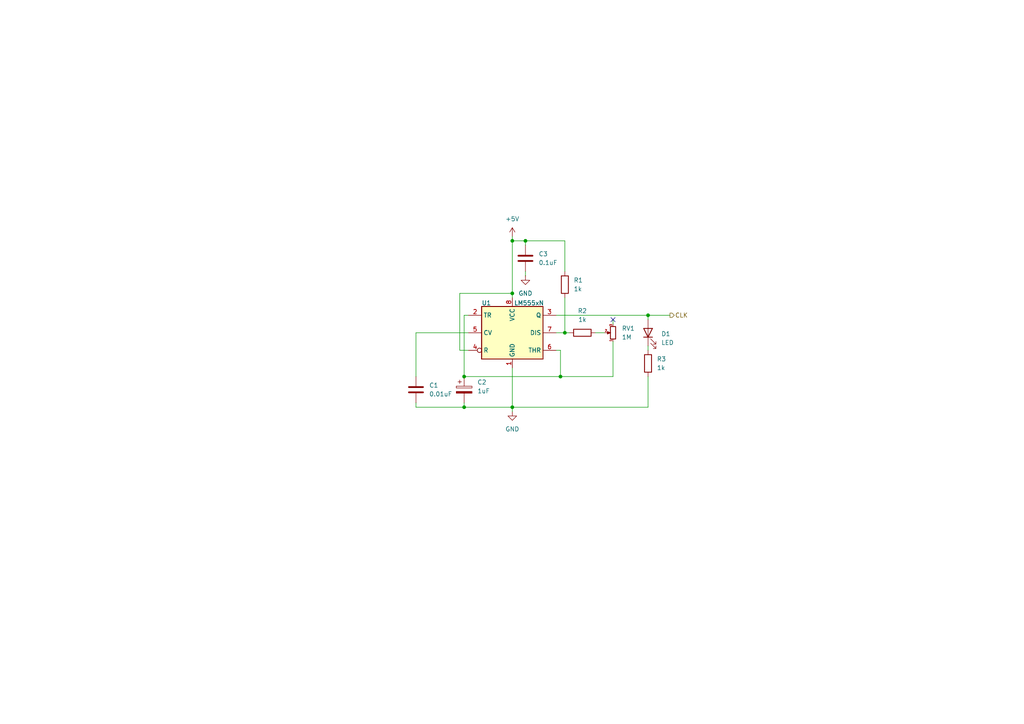
<source format=kicad_sch>
(kicad_sch
	(version 20231120)
	(generator "eeschema")
	(generator_version "8.0")
	(uuid "30831d56-35a4-4b5b-bd6d-7ae9fcc938a7")
	(paper "A4")
	(lib_symbols
		(symbol "Device:C"
			(pin_numbers hide)
			(pin_names
				(offset 0.254)
			)
			(exclude_from_sim no)
			(in_bom yes)
			(on_board yes)
			(property "Reference" "C"
				(at 0.635 2.54 0)
				(effects
					(font
						(size 1.27 1.27)
					)
					(justify left)
				)
			)
			(property "Value" "C"
				(at 0.635 -2.54 0)
				(effects
					(font
						(size 1.27 1.27)
					)
					(justify left)
				)
			)
			(property "Footprint" ""
				(at 0.9652 -3.81 0)
				(effects
					(font
						(size 1.27 1.27)
					)
					(hide yes)
				)
			)
			(property "Datasheet" "~"
				(at 0 0 0)
				(effects
					(font
						(size 1.27 1.27)
					)
					(hide yes)
				)
			)
			(property "Description" "Unpolarized capacitor"
				(at 0 0 0)
				(effects
					(font
						(size 1.27 1.27)
					)
					(hide yes)
				)
			)
			(property "ki_keywords" "cap capacitor"
				(at 0 0 0)
				(effects
					(font
						(size 1.27 1.27)
					)
					(hide yes)
				)
			)
			(property "ki_fp_filters" "C_*"
				(at 0 0 0)
				(effects
					(font
						(size 1.27 1.27)
					)
					(hide yes)
				)
			)
			(symbol "C_0_1"
				(polyline
					(pts
						(xy -2.032 -0.762) (xy 2.032 -0.762)
					)
					(stroke
						(width 0.508)
						(type default)
					)
					(fill
						(type none)
					)
				)
				(polyline
					(pts
						(xy -2.032 0.762) (xy 2.032 0.762)
					)
					(stroke
						(width 0.508)
						(type default)
					)
					(fill
						(type none)
					)
				)
			)
			(symbol "C_1_1"
				(pin passive line
					(at 0 3.81 270)
					(length 2.794)
					(name "~"
						(effects
							(font
								(size 1.27 1.27)
							)
						)
					)
					(number "1"
						(effects
							(font
								(size 1.27 1.27)
							)
						)
					)
				)
				(pin passive line
					(at 0 -3.81 90)
					(length 2.794)
					(name "~"
						(effects
							(font
								(size 1.27 1.27)
							)
						)
					)
					(number "2"
						(effects
							(font
								(size 1.27 1.27)
							)
						)
					)
				)
			)
		)
		(symbol "Device:C_Polarized"
			(pin_numbers hide)
			(pin_names
				(offset 0.254)
			)
			(exclude_from_sim no)
			(in_bom yes)
			(on_board yes)
			(property "Reference" "C"
				(at 0.635 2.54 0)
				(effects
					(font
						(size 1.27 1.27)
					)
					(justify left)
				)
			)
			(property "Value" "C_Polarized"
				(at 0.635 -2.54 0)
				(effects
					(font
						(size 1.27 1.27)
					)
					(justify left)
				)
			)
			(property "Footprint" ""
				(at 0.9652 -3.81 0)
				(effects
					(font
						(size 1.27 1.27)
					)
					(hide yes)
				)
			)
			(property "Datasheet" "~"
				(at 0 0 0)
				(effects
					(font
						(size 1.27 1.27)
					)
					(hide yes)
				)
			)
			(property "Description" "Polarized capacitor"
				(at 0 0 0)
				(effects
					(font
						(size 1.27 1.27)
					)
					(hide yes)
				)
			)
			(property "ki_keywords" "cap capacitor"
				(at 0 0 0)
				(effects
					(font
						(size 1.27 1.27)
					)
					(hide yes)
				)
			)
			(property "ki_fp_filters" "CP_*"
				(at 0 0 0)
				(effects
					(font
						(size 1.27 1.27)
					)
					(hide yes)
				)
			)
			(symbol "C_Polarized_0_1"
				(rectangle
					(start -2.286 0.508)
					(end 2.286 1.016)
					(stroke
						(width 0)
						(type default)
					)
					(fill
						(type none)
					)
				)
				(polyline
					(pts
						(xy -1.778 2.286) (xy -0.762 2.286)
					)
					(stroke
						(width 0)
						(type default)
					)
					(fill
						(type none)
					)
				)
				(polyline
					(pts
						(xy -1.27 2.794) (xy -1.27 1.778)
					)
					(stroke
						(width 0)
						(type default)
					)
					(fill
						(type none)
					)
				)
				(rectangle
					(start 2.286 -0.508)
					(end -2.286 -1.016)
					(stroke
						(width 0)
						(type default)
					)
					(fill
						(type outline)
					)
				)
			)
			(symbol "C_Polarized_1_1"
				(pin passive line
					(at 0 3.81 270)
					(length 2.794)
					(name "~"
						(effects
							(font
								(size 1.27 1.27)
							)
						)
					)
					(number "1"
						(effects
							(font
								(size 1.27 1.27)
							)
						)
					)
				)
				(pin passive line
					(at 0 -3.81 90)
					(length 2.794)
					(name "~"
						(effects
							(font
								(size 1.27 1.27)
							)
						)
					)
					(number "2"
						(effects
							(font
								(size 1.27 1.27)
							)
						)
					)
				)
			)
		)
		(symbol "Device:LED"
			(pin_numbers hide)
			(pin_names
				(offset 1.016) hide)
			(exclude_from_sim no)
			(in_bom yes)
			(on_board yes)
			(property "Reference" "D"
				(at 0 2.54 0)
				(effects
					(font
						(size 1.27 1.27)
					)
				)
			)
			(property "Value" "LED"
				(at 0 -2.54 0)
				(effects
					(font
						(size 1.27 1.27)
					)
				)
			)
			(property "Footprint" ""
				(at 0 0 0)
				(effects
					(font
						(size 1.27 1.27)
					)
					(hide yes)
				)
			)
			(property "Datasheet" "~"
				(at 0 0 0)
				(effects
					(font
						(size 1.27 1.27)
					)
					(hide yes)
				)
			)
			(property "Description" "Light emitting diode"
				(at 0 0 0)
				(effects
					(font
						(size 1.27 1.27)
					)
					(hide yes)
				)
			)
			(property "ki_keywords" "LED diode"
				(at 0 0 0)
				(effects
					(font
						(size 1.27 1.27)
					)
					(hide yes)
				)
			)
			(property "ki_fp_filters" "LED* LED_SMD:* LED_THT:*"
				(at 0 0 0)
				(effects
					(font
						(size 1.27 1.27)
					)
					(hide yes)
				)
			)
			(symbol "LED_0_1"
				(polyline
					(pts
						(xy -1.27 -1.27) (xy -1.27 1.27)
					)
					(stroke
						(width 0.254)
						(type default)
					)
					(fill
						(type none)
					)
				)
				(polyline
					(pts
						(xy -1.27 0) (xy 1.27 0)
					)
					(stroke
						(width 0)
						(type default)
					)
					(fill
						(type none)
					)
				)
				(polyline
					(pts
						(xy 1.27 -1.27) (xy 1.27 1.27) (xy -1.27 0) (xy 1.27 -1.27)
					)
					(stroke
						(width 0.254)
						(type default)
					)
					(fill
						(type none)
					)
				)
				(polyline
					(pts
						(xy -3.048 -0.762) (xy -4.572 -2.286) (xy -3.81 -2.286) (xy -4.572 -2.286) (xy -4.572 -1.524)
					)
					(stroke
						(width 0)
						(type default)
					)
					(fill
						(type none)
					)
				)
				(polyline
					(pts
						(xy -1.778 -0.762) (xy -3.302 -2.286) (xy -2.54 -2.286) (xy -3.302 -2.286) (xy -3.302 -1.524)
					)
					(stroke
						(width 0)
						(type default)
					)
					(fill
						(type none)
					)
				)
			)
			(symbol "LED_1_1"
				(pin passive line
					(at -3.81 0 0)
					(length 2.54)
					(name "K"
						(effects
							(font
								(size 1.27 1.27)
							)
						)
					)
					(number "1"
						(effects
							(font
								(size 1.27 1.27)
							)
						)
					)
				)
				(pin passive line
					(at 3.81 0 180)
					(length 2.54)
					(name "A"
						(effects
							(font
								(size 1.27 1.27)
							)
						)
					)
					(number "2"
						(effects
							(font
								(size 1.27 1.27)
							)
						)
					)
				)
			)
		)
		(symbol "Device:R"
			(pin_numbers hide)
			(pin_names
				(offset 0)
			)
			(exclude_from_sim no)
			(in_bom yes)
			(on_board yes)
			(property "Reference" "R"
				(at 2.032 0 90)
				(effects
					(font
						(size 1.27 1.27)
					)
				)
			)
			(property "Value" "R"
				(at 0 0 90)
				(effects
					(font
						(size 1.27 1.27)
					)
				)
			)
			(property "Footprint" ""
				(at -1.778 0 90)
				(effects
					(font
						(size 1.27 1.27)
					)
					(hide yes)
				)
			)
			(property "Datasheet" "~"
				(at 0 0 0)
				(effects
					(font
						(size 1.27 1.27)
					)
					(hide yes)
				)
			)
			(property "Description" "Resistor"
				(at 0 0 0)
				(effects
					(font
						(size 1.27 1.27)
					)
					(hide yes)
				)
			)
			(property "ki_keywords" "R res resistor"
				(at 0 0 0)
				(effects
					(font
						(size 1.27 1.27)
					)
					(hide yes)
				)
			)
			(property "ki_fp_filters" "R_*"
				(at 0 0 0)
				(effects
					(font
						(size 1.27 1.27)
					)
					(hide yes)
				)
			)
			(symbol "R_0_1"
				(rectangle
					(start -1.016 -2.54)
					(end 1.016 2.54)
					(stroke
						(width 0.254)
						(type default)
					)
					(fill
						(type none)
					)
				)
			)
			(symbol "R_1_1"
				(pin passive line
					(at 0 3.81 270)
					(length 1.27)
					(name "~"
						(effects
							(font
								(size 1.27 1.27)
							)
						)
					)
					(number "1"
						(effects
							(font
								(size 1.27 1.27)
							)
						)
					)
				)
				(pin passive line
					(at 0 -3.81 90)
					(length 1.27)
					(name "~"
						(effects
							(font
								(size 1.27 1.27)
							)
						)
					)
					(number "2"
						(effects
							(font
								(size 1.27 1.27)
							)
						)
					)
				)
			)
		)
		(symbol "Device:R_Potentiometer_Small"
			(pin_names
				(offset 1.016) hide)
			(exclude_from_sim no)
			(in_bom yes)
			(on_board yes)
			(property "Reference" "RV"
				(at -4.445 0 90)
				(effects
					(font
						(size 1.27 1.27)
					)
				)
			)
			(property "Value" "R_Potentiometer_Small"
				(at -2.54 0 90)
				(effects
					(font
						(size 1.27 1.27)
					)
				)
			)
			(property "Footprint" ""
				(at 0 0 0)
				(effects
					(font
						(size 1.27 1.27)
					)
					(hide yes)
				)
			)
			(property "Datasheet" "~"
				(at 0 0 0)
				(effects
					(font
						(size 1.27 1.27)
					)
					(hide yes)
				)
			)
			(property "Description" "Potentiometer"
				(at 0 0 0)
				(effects
					(font
						(size 1.27 1.27)
					)
					(hide yes)
				)
			)
			(property "ki_keywords" "resistor variable"
				(at 0 0 0)
				(effects
					(font
						(size 1.27 1.27)
					)
					(hide yes)
				)
			)
			(property "ki_fp_filters" "Potentiometer*"
				(at 0 0 0)
				(effects
					(font
						(size 1.27 1.27)
					)
					(hide yes)
				)
			)
			(symbol "R_Potentiometer_Small_0_1"
				(polyline
					(pts
						(xy 0.889 0) (xy 0.635 0) (xy 1.651 0.381) (xy 1.651 -0.381) (xy 0.635 0) (xy 0.889 0)
					)
					(stroke
						(width 0)
						(type default)
					)
					(fill
						(type outline)
					)
				)
				(rectangle
					(start 0.762 1.8034)
					(end -0.762 -1.8034)
					(stroke
						(width 0.254)
						(type default)
					)
					(fill
						(type none)
					)
				)
			)
			(symbol "R_Potentiometer_Small_1_1"
				(pin passive line
					(at 0 2.54 270)
					(length 0.635)
					(name "1"
						(effects
							(font
								(size 0.635 0.635)
							)
						)
					)
					(number "1"
						(effects
							(font
								(size 0.635 0.635)
							)
						)
					)
				)
				(pin passive line
					(at 2.54 0 180)
					(length 0.9906)
					(name "2"
						(effects
							(font
								(size 0.635 0.635)
							)
						)
					)
					(number "2"
						(effects
							(font
								(size 0.635 0.635)
							)
						)
					)
				)
				(pin passive line
					(at 0 -2.54 90)
					(length 0.635)
					(name "3"
						(effects
							(font
								(size 0.635 0.635)
							)
						)
					)
					(number "3"
						(effects
							(font
								(size 0.635 0.635)
							)
						)
					)
				)
			)
		)
		(symbol "Timer:LM555xN"
			(exclude_from_sim no)
			(in_bom yes)
			(on_board yes)
			(property "Reference" "U"
				(at -10.16 8.89 0)
				(effects
					(font
						(size 1.27 1.27)
					)
					(justify left)
				)
			)
			(property "Value" "LM555xN"
				(at 2.54 8.89 0)
				(effects
					(font
						(size 1.27 1.27)
					)
					(justify left)
				)
			)
			(property "Footprint" "Package_DIP:DIP-8_W7.62mm"
				(at 16.51 -10.16 0)
				(effects
					(font
						(size 1.27 1.27)
					)
					(hide yes)
				)
			)
			(property "Datasheet" "http://www.ti.com/lit/ds/symlink/lm555.pdf"
				(at 21.59 -10.16 0)
				(effects
					(font
						(size 1.27 1.27)
					)
					(hide yes)
				)
			)
			(property "Description" "Timer, 555 compatible, PDIP-8"
				(at 0 0 0)
				(effects
					(font
						(size 1.27 1.27)
					)
					(hide yes)
				)
			)
			(property "ki_keywords" "single timer 555"
				(at 0 0 0)
				(effects
					(font
						(size 1.27 1.27)
					)
					(hide yes)
				)
			)
			(property "ki_fp_filters" "DIP*W7.62mm*"
				(at 0 0 0)
				(effects
					(font
						(size 1.27 1.27)
					)
					(hide yes)
				)
			)
			(symbol "LM555xN_0_0"
				(pin power_in line
					(at 0 -10.16 90)
					(length 2.54)
					(name "GND"
						(effects
							(font
								(size 1.27 1.27)
							)
						)
					)
					(number "1"
						(effects
							(font
								(size 1.27 1.27)
							)
						)
					)
				)
				(pin power_in line
					(at 0 10.16 270)
					(length 2.54)
					(name "VCC"
						(effects
							(font
								(size 1.27 1.27)
							)
						)
					)
					(number "8"
						(effects
							(font
								(size 1.27 1.27)
							)
						)
					)
				)
			)
			(symbol "LM555xN_0_1"
				(rectangle
					(start -8.89 -7.62)
					(end 8.89 7.62)
					(stroke
						(width 0.254)
						(type default)
					)
					(fill
						(type background)
					)
				)
				(rectangle
					(start -8.89 -7.62)
					(end 8.89 7.62)
					(stroke
						(width 0.254)
						(type default)
					)
					(fill
						(type background)
					)
				)
			)
			(symbol "LM555xN_1_1"
				(pin input line
					(at -12.7 5.08 0)
					(length 3.81)
					(name "TR"
						(effects
							(font
								(size 1.27 1.27)
							)
						)
					)
					(number "2"
						(effects
							(font
								(size 1.27 1.27)
							)
						)
					)
				)
				(pin output line
					(at 12.7 5.08 180)
					(length 3.81)
					(name "Q"
						(effects
							(font
								(size 1.27 1.27)
							)
						)
					)
					(number "3"
						(effects
							(font
								(size 1.27 1.27)
							)
						)
					)
				)
				(pin input inverted
					(at -12.7 -5.08 0)
					(length 3.81)
					(name "R"
						(effects
							(font
								(size 1.27 1.27)
							)
						)
					)
					(number "4"
						(effects
							(font
								(size 1.27 1.27)
							)
						)
					)
				)
				(pin input line
					(at -12.7 0 0)
					(length 3.81)
					(name "CV"
						(effects
							(font
								(size 1.27 1.27)
							)
						)
					)
					(number "5"
						(effects
							(font
								(size 1.27 1.27)
							)
						)
					)
				)
				(pin input line
					(at 12.7 -5.08 180)
					(length 3.81)
					(name "THR"
						(effects
							(font
								(size 1.27 1.27)
							)
						)
					)
					(number "6"
						(effects
							(font
								(size 1.27 1.27)
							)
						)
					)
				)
				(pin input line
					(at 12.7 0 180)
					(length 3.81)
					(name "DIS"
						(effects
							(font
								(size 1.27 1.27)
							)
						)
					)
					(number "7"
						(effects
							(font
								(size 1.27 1.27)
							)
						)
					)
				)
			)
		)
		(symbol "power:+5V"
			(power)
			(pin_numbers hide)
			(pin_names
				(offset 0) hide)
			(exclude_from_sim no)
			(in_bom yes)
			(on_board yes)
			(property "Reference" "#PWR"
				(at 0 -3.81 0)
				(effects
					(font
						(size 1.27 1.27)
					)
					(hide yes)
				)
			)
			(property "Value" "+5V"
				(at 0 3.556 0)
				(effects
					(font
						(size 1.27 1.27)
					)
				)
			)
			(property "Footprint" ""
				(at 0 0 0)
				(effects
					(font
						(size 1.27 1.27)
					)
					(hide yes)
				)
			)
			(property "Datasheet" ""
				(at 0 0 0)
				(effects
					(font
						(size 1.27 1.27)
					)
					(hide yes)
				)
			)
			(property "Description" "Power symbol creates a global label with name \"+5V\""
				(at 0 0 0)
				(effects
					(font
						(size 1.27 1.27)
					)
					(hide yes)
				)
			)
			(property "ki_keywords" "global power"
				(at 0 0 0)
				(effects
					(font
						(size 1.27 1.27)
					)
					(hide yes)
				)
			)
			(symbol "+5V_0_1"
				(polyline
					(pts
						(xy -0.762 1.27) (xy 0 2.54)
					)
					(stroke
						(width 0)
						(type default)
					)
					(fill
						(type none)
					)
				)
				(polyline
					(pts
						(xy 0 0) (xy 0 2.54)
					)
					(stroke
						(width 0)
						(type default)
					)
					(fill
						(type none)
					)
				)
				(polyline
					(pts
						(xy 0 2.54) (xy 0.762 1.27)
					)
					(stroke
						(width 0)
						(type default)
					)
					(fill
						(type none)
					)
				)
			)
			(symbol "+5V_1_1"
				(pin power_in line
					(at 0 0 90)
					(length 0)
					(name "~"
						(effects
							(font
								(size 1.27 1.27)
							)
						)
					)
					(number "1"
						(effects
							(font
								(size 1.27 1.27)
							)
						)
					)
				)
			)
		)
		(symbol "power:GND"
			(power)
			(pin_numbers hide)
			(pin_names
				(offset 0) hide)
			(exclude_from_sim no)
			(in_bom yes)
			(on_board yes)
			(property "Reference" "#PWR"
				(at 0 -6.35 0)
				(effects
					(font
						(size 1.27 1.27)
					)
					(hide yes)
				)
			)
			(property "Value" "GND"
				(at 0 -3.81 0)
				(effects
					(font
						(size 1.27 1.27)
					)
				)
			)
			(property "Footprint" ""
				(at 0 0 0)
				(effects
					(font
						(size 1.27 1.27)
					)
					(hide yes)
				)
			)
			(property "Datasheet" ""
				(at 0 0 0)
				(effects
					(font
						(size 1.27 1.27)
					)
					(hide yes)
				)
			)
			(property "Description" "Power symbol creates a global label with name \"GND\" , ground"
				(at 0 0 0)
				(effects
					(font
						(size 1.27 1.27)
					)
					(hide yes)
				)
			)
			(property "ki_keywords" "global power"
				(at 0 0 0)
				(effects
					(font
						(size 1.27 1.27)
					)
					(hide yes)
				)
			)
			(symbol "GND_0_1"
				(polyline
					(pts
						(xy 0 0) (xy 0 -1.27) (xy 1.27 -1.27) (xy 0 -2.54) (xy -1.27 -1.27) (xy 0 -1.27)
					)
					(stroke
						(width 0)
						(type default)
					)
					(fill
						(type none)
					)
				)
			)
			(symbol "GND_1_1"
				(pin power_in line
					(at 0 0 270)
					(length 0)
					(name "~"
						(effects
							(font
								(size 1.27 1.27)
							)
						)
					)
					(number "1"
						(effects
							(font
								(size 1.27 1.27)
							)
						)
					)
				)
			)
		)
	)
	(junction
		(at 187.96 91.44)
		(diameter 0)
		(color 0 0 0 0)
		(uuid "1ce81145-6c71-4eaf-ae68-d265a9d63709")
	)
	(junction
		(at 163.83 96.52)
		(diameter 0)
		(color 0 0 0 0)
		(uuid "3b11250a-b67e-43c1-932e-1083f574215a")
	)
	(junction
		(at 162.56 109.22)
		(diameter 0)
		(color 0 0 0 0)
		(uuid "54baba6d-903f-416c-9954-b0ab1060f0a7")
	)
	(junction
		(at 134.62 109.22)
		(diameter 0)
		(color 0 0 0 0)
		(uuid "5bf560fc-ee98-41b6-a3cb-545ab60892a2")
	)
	(junction
		(at 152.4 69.85)
		(diameter 0)
		(color 0 0 0 0)
		(uuid "7be34d1d-c244-4cf0-b3c1-7d9ae275d509")
	)
	(junction
		(at 148.59 69.85)
		(diameter 0)
		(color 0 0 0 0)
		(uuid "96c65026-8902-4fbd-8a97-a90e5c62ac75")
	)
	(junction
		(at 134.62 118.11)
		(diameter 0)
		(color 0 0 0 0)
		(uuid "979efe96-0667-4423-8c83-32b2b89a7c4e")
	)
	(junction
		(at 148.59 85.09)
		(diameter 0)
		(color 0 0 0 0)
		(uuid "9c8e59e6-6a49-4f20-86e3-581a23b316ca")
	)
	(junction
		(at 148.59 118.11)
		(diameter 0)
		(color 0 0 0 0)
		(uuid "a53243c5-7bf1-4722-ac08-94811222f6e5")
	)
	(no_connect
		(at 177.8 92.71)
		(uuid "0c464dbf-9c04-4afb-bf78-b4e8980f36c4")
	)
	(wire
		(pts
			(xy 177.8 92.71) (xy 177.8 93.98)
		)
		(stroke
			(width 0)
			(type default)
		)
		(uuid "0bb37456-a2de-446b-9495-7b3cb1b51d40")
	)
	(wire
		(pts
			(xy 133.35 85.09) (xy 148.59 85.09)
		)
		(stroke
			(width 0)
			(type default)
		)
		(uuid "1de328e1-a083-4188-8d64-d455c2f13186")
	)
	(wire
		(pts
			(xy 187.96 100.33) (xy 187.96 101.6)
		)
		(stroke
			(width 0)
			(type default)
		)
		(uuid "21ae4fbb-7c99-44df-a64b-c910ab395965")
	)
	(wire
		(pts
			(xy 163.83 96.52) (xy 165.1 96.52)
		)
		(stroke
			(width 0)
			(type default)
		)
		(uuid "29cb6ee2-b619-480b-8491-3bbd0dc3b249")
	)
	(wire
		(pts
			(xy 148.59 68.58) (xy 148.59 69.85)
		)
		(stroke
			(width 0)
			(type default)
		)
		(uuid "2d77c9f0-f652-4810-a631-544d97568e75")
	)
	(wire
		(pts
			(xy 163.83 69.85) (xy 152.4 69.85)
		)
		(stroke
			(width 0)
			(type default)
		)
		(uuid "3f2ea9dd-273c-4de1-a8ec-5f5dd2a6caae")
	)
	(wire
		(pts
			(xy 177.8 99.06) (xy 177.8 109.22)
		)
		(stroke
			(width 0)
			(type default)
		)
		(uuid "40cfbd30-9fb2-4ebc-ab22-6709595be375")
	)
	(wire
		(pts
			(xy 135.89 101.6) (xy 133.35 101.6)
		)
		(stroke
			(width 0)
			(type default)
		)
		(uuid "444ecfa0-c87d-4ea0-abc3-4e09e44ab544")
	)
	(wire
		(pts
			(xy 187.96 118.11) (xy 148.59 118.11)
		)
		(stroke
			(width 0)
			(type default)
		)
		(uuid "4e447497-fef8-430f-ac8b-64749b58fcd9")
	)
	(wire
		(pts
			(xy 120.65 116.84) (xy 120.65 118.11)
		)
		(stroke
			(width 0)
			(type default)
		)
		(uuid "521b1637-e78f-43db-83cc-7e680043be27")
	)
	(wire
		(pts
			(xy 162.56 101.6) (xy 161.29 101.6)
		)
		(stroke
			(width 0)
			(type default)
		)
		(uuid "534c3bbb-8ead-4c67-870c-ffd4fc0f73b6")
	)
	(wire
		(pts
			(xy 161.29 91.44) (xy 187.96 91.44)
		)
		(stroke
			(width 0)
			(type default)
		)
		(uuid "55ec38f0-4c8b-4227-a1a2-05969435c824")
	)
	(wire
		(pts
			(xy 148.59 85.09) (xy 148.59 86.36)
		)
		(stroke
			(width 0)
			(type default)
		)
		(uuid "59a3919e-3a4b-4c91-b173-f8a7c4644d90")
	)
	(wire
		(pts
			(xy 172.72 96.52) (xy 175.26 96.52)
		)
		(stroke
			(width 0)
			(type default)
		)
		(uuid "5ddd9b0a-b3bb-4ec4-b37f-097b049c30f4")
	)
	(wire
		(pts
			(xy 120.65 109.22) (xy 120.65 96.52)
		)
		(stroke
			(width 0)
			(type default)
		)
		(uuid "655486ef-d6ae-4803-a8d2-772650fabb18")
	)
	(wire
		(pts
			(xy 163.83 78.74) (xy 163.83 69.85)
		)
		(stroke
			(width 0)
			(type default)
		)
		(uuid "696a8a90-9634-4c56-9a7b-e18697f390bc")
	)
	(wire
		(pts
			(xy 187.96 91.44) (xy 194.31 91.44)
		)
		(stroke
			(width 0)
			(type default)
		)
		(uuid "75fe9f6e-2b26-4b35-bda4-87885fe252ff")
	)
	(wire
		(pts
			(xy 120.65 96.52) (xy 135.89 96.52)
		)
		(stroke
			(width 0)
			(type default)
		)
		(uuid "78084c05-9c29-421a-a6c2-31e0632715e7")
	)
	(wire
		(pts
			(xy 134.62 118.11) (xy 148.59 118.11)
		)
		(stroke
			(width 0)
			(type default)
		)
		(uuid "7f1af2ed-4a75-48d1-9824-1c8698a4b50f")
	)
	(wire
		(pts
			(xy 177.8 109.22) (xy 162.56 109.22)
		)
		(stroke
			(width 0)
			(type default)
		)
		(uuid "83371fa9-4b3b-4ac5-9951-344ff0d31038")
	)
	(wire
		(pts
			(xy 135.89 91.44) (xy 134.62 91.44)
		)
		(stroke
			(width 0)
			(type default)
		)
		(uuid "853714b3-aae4-4acf-a5cf-f39fcbfbfda7")
	)
	(wire
		(pts
			(xy 148.59 106.68) (xy 148.59 118.11)
		)
		(stroke
			(width 0)
			(type default)
		)
		(uuid "8b55c5df-c9c2-4022-b507-7d095ebffabd")
	)
	(wire
		(pts
			(xy 134.62 109.22) (xy 162.56 109.22)
		)
		(stroke
			(width 0)
			(type default)
		)
		(uuid "9405f920-2007-44d9-ba6b-ec45b82bd302")
	)
	(wire
		(pts
			(xy 134.62 91.44) (xy 134.62 109.22)
		)
		(stroke
			(width 0)
			(type default)
		)
		(uuid "9f63317e-db83-4d48-bbff-797eeb8e8796")
	)
	(wire
		(pts
			(xy 163.83 86.36) (xy 163.83 96.52)
		)
		(stroke
			(width 0)
			(type default)
		)
		(uuid "a6ed67af-a47e-4621-b8e7-1253cdd3b42a")
	)
	(wire
		(pts
			(xy 161.29 96.52) (xy 163.83 96.52)
		)
		(stroke
			(width 0)
			(type default)
		)
		(uuid "ba941249-ff3e-46cf-9600-19906a56533a")
	)
	(wire
		(pts
			(xy 134.62 116.84) (xy 134.62 118.11)
		)
		(stroke
			(width 0)
			(type default)
		)
		(uuid "c5dc6982-8172-4b7f-8a85-32368820a033")
	)
	(wire
		(pts
			(xy 187.96 109.22) (xy 187.96 118.11)
		)
		(stroke
			(width 0)
			(type default)
		)
		(uuid "c61dcb27-a432-4149-b9ad-6f888eb8b707")
	)
	(wire
		(pts
			(xy 133.35 101.6) (xy 133.35 85.09)
		)
		(stroke
			(width 0)
			(type default)
		)
		(uuid "cc77a2f4-c121-4b54-88a0-f7ae79f486f7")
	)
	(wire
		(pts
			(xy 120.65 118.11) (xy 134.62 118.11)
		)
		(stroke
			(width 0)
			(type default)
		)
		(uuid "dab3d92f-3d3f-4174-85d5-2f6ae05aee89")
	)
	(wire
		(pts
			(xy 152.4 78.74) (xy 152.4 80.01)
		)
		(stroke
			(width 0)
			(type default)
		)
		(uuid "de3e8df5-211c-4c3c-9820-2fd74cbfb6ca")
	)
	(wire
		(pts
			(xy 162.56 109.22) (xy 162.56 101.6)
		)
		(stroke
			(width 0)
			(type default)
		)
		(uuid "df8abb03-445c-4d7e-a5c1-2d4f53f4bb0e")
	)
	(wire
		(pts
			(xy 148.59 118.11) (xy 148.59 119.38)
		)
		(stroke
			(width 0)
			(type default)
		)
		(uuid "dfadfe77-d2be-43fc-bc3b-b8b032811166")
	)
	(wire
		(pts
			(xy 187.96 91.44) (xy 187.96 92.71)
		)
		(stroke
			(width 0)
			(type default)
		)
		(uuid "e39387a6-83c9-4902-9238-7c89cecaeda7")
	)
	(wire
		(pts
			(xy 152.4 71.12) (xy 152.4 69.85)
		)
		(stroke
			(width 0)
			(type default)
		)
		(uuid "e8f616ea-9627-4c12-b13a-0b9137cb6c5b")
	)
	(wire
		(pts
			(xy 152.4 69.85) (xy 148.59 69.85)
		)
		(stroke
			(width 0)
			(type default)
		)
		(uuid "ee144107-2643-4288-8738-f1de1938ac88")
	)
	(wire
		(pts
			(xy 148.59 69.85) (xy 148.59 85.09)
		)
		(stroke
			(width 0)
			(type default)
		)
		(uuid "f62e95a8-2a26-4f0e-b98e-8ea71913c3d6")
	)
	(hierarchical_label "CLK"
		(shape output)
		(at 194.31 91.44 0)
		(fields_autoplaced yes)
		(effects
			(font
				(size 1.27 1.27)
			)
			(justify left)
		)
		(uuid "56d2bbde-c852-4eed-91bf-435bfa3207b6")
	)
	(symbol
		(lib_id "Timer:LM555xN")
		(at 148.59 96.52 0)
		(unit 1)
		(exclude_from_sim no)
		(in_bom yes)
		(on_board yes)
		(dnp no)
		(uuid "0485ac93-8ea1-4ee3-9595-7173a198d8a1")
		(property "Reference" "U1"
			(at 139.7 87.884 0)
			(effects
				(font
					(size 1.27 1.27)
				)
				(justify left)
			)
		)
		(property "Value" "LM555xN"
			(at 149.098 87.884 0)
			(effects
				(font
					(size 1.27 1.27)
				)
				(justify left)
			)
		)
		(property "Footprint" "Package_DIP:DIP-8_W7.62mm"
			(at 165.1 106.68 0)
			(effects
				(font
					(size 1.27 1.27)
				)
				(hide yes)
			)
		)
		(property "Datasheet" "http://www.ti.com/lit/ds/symlink/lm555.pdf"
			(at 170.18 106.68 0)
			(effects
				(font
					(size 1.27 1.27)
				)
				(hide yes)
			)
		)
		(property "Description" "Timer, 555 compatible, PDIP-8"
			(at 148.59 96.52 0)
			(effects
				(font
					(size 1.27 1.27)
				)
				(hide yes)
			)
		)
		(pin "3"
			(uuid "22ed99a2-b30e-4849-9553-257607497bac")
		)
		(pin "7"
			(uuid "af603c6d-4e4a-4051-ba09-7b479b9ab8da")
		)
		(pin "6"
			(uuid "079f8e5c-1e5f-4c94-9a0f-4720a280f785")
		)
		(pin "5"
			(uuid "67e44751-b702-421d-87ab-2f26ba2698f2")
		)
		(pin "8"
			(uuid "ffb9843e-ddd2-4e61-b92e-5394b41d07f0")
		)
		(pin "1"
			(uuid "966a8d80-59c7-4566-9dbe-b0b72f973958")
		)
		(pin "2"
			(uuid "f8a4bd8f-46ee-40ba-b4eb-20bf592ec2f8")
		)
		(pin "4"
			(uuid "0ed5c4fa-9c01-4dbd-b2dc-27c3f768d0e3")
		)
		(instances
			(project ""
				(path "/54ad16a3-0854-4bc5-acd6-428be9af167c/8cdd56ee-c324-45fe-a470-757d2dbc6b80"
					(reference "U1")
					(unit 1)
				)
			)
		)
	)
	(symbol
		(lib_id "Device:LED")
		(at 187.96 96.52 90)
		(unit 1)
		(exclude_from_sim no)
		(in_bom yes)
		(on_board yes)
		(dnp no)
		(fields_autoplaced yes)
		(uuid "20920463-9005-4599-ab44-0e310aac1fe3")
		(property "Reference" "D1"
			(at 191.77 96.8374 90)
			(effects
				(font
					(size 1.27 1.27)
				)
				(justify right)
			)
		)
		(property "Value" "LED"
			(at 191.77 99.3774 90)
			(effects
				(font
					(size 1.27 1.27)
				)
				(justify right)
			)
		)
		(property "Footprint" "LED_THT:LED_D5.0mm"
			(at 187.96 96.52 0)
			(effects
				(font
					(size 1.27 1.27)
				)
				(hide yes)
			)
		)
		(property "Datasheet" "~"
			(at 187.96 96.52 0)
			(effects
				(font
					(size 1.27 1.27)
				)
				(hide yes)
			)
		)
		(property "Description" "Light emitting diode"
			(at 187.96 96.52 0)
			(effects
				(font
					(size 1.27 1.27)
				)
				(hide yes)
			)
		)
		(pin "1"
			(uuid "2d7853a4-e28b-4db4-a6d7-e796cc9d2576")
		)
		(pin "2"
			(uuid "af785530-2d77-4e50-bfdd-048689a15d37")
		)
		(instances
			(project ""
				(path "/54ad16a3-0854-4bc5-acd6-428be9af167c/8cdd56ee-c324-45fe-a470-757d2dbc6b80"
					(reference "D1")
					(unit 1)
				)
			)
		)
	)
	(symbol
		(lib_id "Device:R")
		(at 163.83 82.55 0)
		(unit 1)
		(exclude_from_sim no)
		(in_bom yes)
		(on_board yes)
		(dnp no)
		(fields_autoplaced yes)
		(uuid "3b6c2c6f-f96b-4ecf-a82d-ae0354dcc1f6")
		(property "Reference" "R1"
			(at 166.37 81.2799 0)
			(effects
				(font
					(size 1.27 1.27)
				)
				(justify left)
			)
		)
		(property "Value" "1k"
			(at 166.37 83.8199 0)
			(effects
				(font
					(size 1.27 1.27)
				)
				(justify left)
			)
		)
		(property "Footprint" "_DownloadFootprints:CF_series_Resistors_THT"
			(at 162.052 82.55 90)
			(effects
				(font
					(size 1.27 1.27)
				)
				(hide yes)
			)
		)
		(property "Datasheet" "~"
			(at 163.83 82.55 0)
			(effects
				(font
					(size 1.27 1.27)
				)
				(hide yes)
			)
		)
		(property "Description" "Resistor"
			(at 163.83 82.55 0)
			(effects
				(font
					(size 1.27 1.27)
				)
				(hide yes)
			)
		)
		(pin "1"
			(uuid "5ffef700-ee70-4906-9ce2-2d71f5d6d242")
		)
		(pin "2"
			(uuid "dbb12a36-8708-47e9-bac5-bdbb7ef5ef81")
		)
		(instances
			(project ""
				(path "/54ad16a3-0854-4bc5-acd6-428be9af167c/8cdd56ee-c324-45fe-a470-757d2dbc6b80"
					(reference "R1")
					(unit 1)
				)
			)
		)
	)
	(symbol
		(lib_id "power:GND")
		(at 152.4 80.01 0)
		(unit 1)
		(exclude_from_sim no)
		(in_bom yes)
		(on_board yes)
		(dnp no)
		(fields_autoplaced yes)
		(uuid "50fb9c9e-498e-4176-a729-b5b1f8a9fe99")
		(property "Reference" "#PWR05"
			(at 152.4 86.36 0)
			(effects
				(font
					(size 1.27 1.27)
				)
				(hide yes)
			)
		)
		(property "Value" "GND"
			(at 152.4 85.09 0)
			(effects
				(font
					(size 1.27 1.27)
				)
			)
		)
		(property "Footprint" ""
			(at 152.4 80.01 0)
			(effects
				(font
					(size 1.27 1.27)
				)
				(hide yes)
			)
		)
		(property "Datasheet" ""
			(at 152.4 80.01 0)
			(effects
				(font
					(size 1.27 1.27)
				)
				(hide yes)
			)
		)
		(property "Description" "Power symbol creates a global label with name \"GND\" , ground"
			(at 152.4 80.01 0)
			(effects
				(font
					(size 1.27 1.27)
				)
				(hide yes)
			)
		)
		(pin "1"
			(uuid "7a2ee485-d886-47da-bb63-2db026c6fc2b")
		)
		(instances
			(project "ClockModule"
				(path "/54ad16a3-0854-4bc5-acd6-428be9af167c/8cdd56ee-c324-45fe-a470-757d2dbc6b80"
					(reference "#PWR05")
					(unit 1)
				)
			)
		)
	)
	(symbol
		(lib_id "Device:R")
		(at 187.96 105.41 0)
		(unit 1)
		(exclude_from_sim no)
		(in_bom yes)
		(on_board yes)
		(dnp no)
		(fields_autoplaced yes)
		(uuid "5f40b844-6895-4df8-b32e-f661e1740232")
		(property "Reference" "R3"
			(at 190.5 104.1399 0)
			(effects
				(font
					(size 1.27 1.27)
				)
				(justify left)
			)
		)
		(property "Value" "1k"
			(at 190.5 106.6799 0)
			(effects
				(font
					(size 1.27 1.27)
				)
				(justify left)
			)
		)
		(property "Footprint" "_DownloadFootprints:CF_series_Resistors_THT"
			(at 186.182 105.41 90)
			(effects
				(font
					(size 1.27 1.27)
				)
				(hide yes)
			)
		)
		(property "Datasheet" "~"
			(at 187.96 105.41 0)
			(effects
				(font
					(size 1.27 1.27)
				)
				(hide yes)
			)
		)
		(property "Description" "Resistor"
			(at 187.96 105.41 0)
			(effects
				(font
					(size 1.27 1.27)
				)
				(hide yes)
			)
		)
		(pin "1"
			(uuid "4018ccb0-6a29-4b9d-8840-2a3b3c45284e")
		)
		(pin "2"
			(uuid "29efc007-ab52-4f31-887b-f4389edd9377")
		)
		(instances
			(project "ClockModule"
				(path "/54ad16a3-0854-4bc5-acd6-428be9af167c/8cdd56ee-c324-45fe-a470-757d2dbc6b80"
					(reference "R3")
					(unit 1)
				)
			)
		)
	)
	(symbol
		(lib_id "Device:C")
		(at 152.4 74.93 0)
		(unit 1)
		(exclude_from_sim no)
		(in_bom yes)
		(on_board yes)
		(dnp no)
		(fields_autoplaced yes)
		(uuid "88f4e72b-1dff-48ff-a043-47bff7115f7e")
		(property "Reference" "C3"
			(at 156.21 73.6599 0)
			(effects
				(font
					(size 1.27 1.27)
				)
				(justify left)
			)
		)
		(property "Value" "0.1uF"
			(at 156.21 76.1999 0)
			(effects
				(font
					(size 1.27 1.27)
				)
				(justify left)
			)
		)
		(property "Footprint" "Capacitor_THT:C_Disc_D5.0mm_W2.5mm_P2.50mm"
			(at 153.3652 78.74 0)
			(effects
				(font
					(size 1.27 1.27)
				)
				(hide yes)
			)
		)
		(property "Datasheet" "~"
			(at 152.4 74.93 0)
			(effects
				(font
					(size 1.27 1.27)
				)
				(hide yes)
			)
		)
		(property "Description" "Unpolarized capacitor"
			(at 152.4 74.93 0)
			(effects
				(font
					(size 1.27 1.27)
				)
				(hide yes)
			)
		)
		(pin "2"
			(uuid "5b3b877f-f8ce-45ed-a37a-b32ef3e2892a")
		)
		(pin "1"
			(uuid "067879f2-4827-4877-9e76-cc84c8f65737")
		)
		(instances
			(project "ClockModule"
				(path "/54ad16a3-0854-4bc5-acd6-428be9af167c/8cdd56ee-c324-45fe-a470-757d2dbc6b80"
					(reference "C3")
					(unit 1)
				)
			)
		)
	)
	(symbol
		(lib_id "Device:C_Polarized")
		(at 134.62 113.03 0)
		(unit 1)
		(exclude_from_sim no)
		(in_bom yes)
		(on_board yes)
		(dnp no)
		(fields_autoplaced yes)
		(uuid "c29800e4-3f53-49dd-a508-8b41043835b3")
		(property "Reference" "C2"
			(at 138.43 110.8709 0)
			(effects
				(font
					(size 1.27 1.27)
				)
				(justify left)
			)
		)
		(property "Value" "1uF"
			(at 138.43 113.4109 0)
			(effects
				(font
					(size 1.27 1.27)
				)
				(justify left)
			)
		)
		(property "Footprint" "_DownloadFootprints:Cp_2mm_pin_spacing"
			(at 135.5852 116.84 0)
			(effects
				(font
					(size 1.27 1.27)
				)
				(hide yes)
			)
		)
		(property "Datasheet" "~"
			(at 134.62 113.03 0)
			(effects
				(font
					(size 1.27 1.27)
				)
				(hide yes)
			)
		)
		(property "Description" "Polarized capacitor"
			(at 134.62 113.03 0)
			(effects
				(font
					(size 1.27 1.27)
				)
				(hide yes)
			)
		)
		(pin "1"
			(uuid "61372cca-3f26-4a57-bf44-84a46cec8674")
		)
		(pin "2"
			(uuid "9f136630-88d3-4656-934d-8e67c663e072")
		)
		(instances
			(project ""
				(path "/54ad16a3-0854-4bc5-acd6-428be9af167c/8cdd56ee-c324-45fe-a470-757d2dbc6b80"
					(reference "C2")
					(unit 1)
				)
			)
		)
	)
	(symbol
		(lib_id "Device:C")
		(at 120.65 113.03 0)
		(unit 1)
		(exclude_from_sim no)
		(in_bom yes)
		(on_board yes)
		(dnp no)
		(fields_autoplaced yes)
		(uuid "c2abfa7b-260c-4f82-98e4-23f542b1c6a8")
		(property "Reference" "C1"
			(at 124.46 111.7599 0)
			(effects
				(font
					(size 1.27 1.27)
				)
				(justify left)
			)
		)
		(property "Value" "0.01uF"
			(at 124.46 114.2999 0)
			(effects
				(font
					(size 1.27 1.27)
				)
				(justify left)
			)
		)
		(property "Footprint" "Capacitor_THT:C_Disc_D5.0mm_W2.5mm_P2.50mm"
			(at 121.6152 116.84 0)
			(effects
				(font
					(size 1.27 1.27)
				)
				(hide yes)
			)
		)
		(property "Datasheet" "~"
			(at 120.65 113.03 0)
			(effects
				(font
					(size 1.27 1.27)
				)
				(hide yes)
			)
		)
		(property "Description" "Unpolarized capacitor"
			(at 120.65 113.03 0)
			(effects
				(font
					(size 1.27 1.27)
				)
				(hide yes)
			)
		)
		(pin "2"
			(uuid "7229b792-714e-434a-8dd0-32e95a63ccfb")
		)
		(pin "1"
			(uuid "7a10a788-9f54-4049-935b-900c7226d16c")
		)
		(instances
			(project ""
				(path "/54ad16a3-0854-4bc5-acd6-428be9af167c/8cdd56ee-c324-45fe-a470-757d2dbc6b80"
					(reference "C1")
					(unit 1)
				)
			)
		)
	)
	(symbol
		(lib_id "power:GND")
		(at 148.59 119.38 0)
		(unit 1)
		(exclude_from_sim no)
		(in_bom yes)
		(on_board yes)
		(dnp no)
		(fields_autoplaced yes)
		(uuid "d5f861f2-99c8-4c09-8672-da3f8b492ad3")
		(property "Reference" "#PWR04"
			(at 148.59 125.73 0)
			(effects
				(font
					(size 1.27 1.27)
				)
				(hide yes)
			)
		)
		(property "Value" "GND"
			(at 148.59 124.46 0)
			(effects
				(font
					(size 1.27 1.27)
				)
			)
		)
		(property "Footprint" ""
			(at 148.59 119.38 0)
			(effects
				(font
					(size 1.27 1.27)
				)
				(hide yes)
			)
		)
		(property "Datasheet" ""
			(at 148.59 119.38 0)
			(effects
				(font
					(size 1.27 1.27)
				)
				(hide yes)
			)
		)
		(property "Description" "Power symbol creates a global label with name \"GND\" , ground"
			(at 148.59 119.38 0)
			(effects
				(font
					(size 1.27 1.27)
				)
				(hide yes)
			)
		)
		(pin "1"
			(uuid "b9ac867c-8f7f-4827-8e5d-d57a56dd3504")
		)
		(instances
			(project ""
				(path "/54ad16a3-0854-4bc5-acd6-428be9af167c/8cdd56ee-c324-45fe-a470-757d2dbc6b80"
					(reference "#PWR04")
					(unit 1)
				)
			)
		)
	)
	(symbol
		(lib_id "Device:R_Potentiometer_Small")
		(at 177.8 96.52 180)
		(unit 1)
		(exclude_from_sim no)
		(in_bom yes)
		(on_board yes)
		(dnp no)
		(fields_autoplaced yes)
		(uuid "da29fc1a-4e79-49c0-849d-c9d8ee50504d")
		(property "Reference" "RV1"
			(at 180.34 95.2499 0)
			(effects
				(font
					(size 1.27 1.27)
				)
				(justify right)
			)
		)
		(property "Value" "1M"
			(at 180.34 97.7899 0)
			(effects
				(font
					(size 1.27 1.27)
				)
				(justify right)
			)
		)
		(property "Footprint" "_DownloadFootprints:R_var"
			(at 177.8 96.52 0)
			(effects
				(font
					(size 1.27 1.27)
				)
				(hide yes)
			)
		)
		(property "Datasheet" "~"
			(at 177.8 96.52 0)
			(effects
				(font
					(size 1.27 1.27)
				)
				(hide yes)
			)
		)
		(property "Description" "Potentiometer"
			(at 177.8 96.52 0)
			(effects
				(font
					(size 1.27 1.27)
				)
				(hide yes)
			)
		)
		(pin "1"
			(uuid "e3e5b7a9-9243-42b5-8309-f56bff21edaa")
		)
		(pin "3"
			(uuid "0d01113f-fe3b-4270-acbd-dfa22cd694e9")
		)
		(pin "2"
			(uuid "09560721-b087-4252-98c9-aa7e7296f317")
		)
		(instances
			(project ""
				(path "/54ad16a3-0854-4bc5-acd6-428be9af167c/8cdd56ee-c324-45fe-a470-757d2dbc6b80"
					(reference "RV1")
					(unit 1)
				)
			)
		)
	)
	(symbol
		(lib_id "power:+5V")
		(at 148.59 68.58 0)
		(unit 1)
		(exclude_from_sim no)
		(in_bom yes)
		(on_board yes)
		(dnp no)
		(fields_autoplaced yes)
		(uuid "e5bf9c36-5a85-4357-937c-bc3abd6caf37")
		(property "Reference" "#PWR03"
			(at 148.59 72.39 0)
			(effects
				(font
					(size 1.27 1.27)
				)
				(hide yes)
			)
		)
		(property "Value" "+5V"
			(at 148.59 63.5 0)
			(effects
				(font
					(size 1.27 1.27)
				)
			)
		)
		(property "Footprint" ""
			(at 148.59 68.58 0)
			(effects
				(font
					(size 1.27 1.27)
				)
				(hide yes)
			)
		)
		(property "Datasheet" ""
			(at 148.59 68.58 0)
			(effects
				(font
					(size 1.27 1.27)
				)
				(hide yes)
			)
		)
		(property "Description" "Power symbol creates a global label with name \"+5V\""
			(at 148.59 68.58 0)
			(effects
				(font
					(size 1.27 1.27)
				)
				(hide yes)
			)
		)
		(pin "1"
			(uuid "3f5044a0-edec-470b-b6b8-1e12d1591a78")
		)
		(instances
			(project ""
				(path "/54ad16a3-0854-4bc5-acd6-428be9af167c/8cdd56ee-c324-45fe-a470-757d2dbc6b80"
					(reference "#PWR03")
					(unit 1)
				)
			)
		)
	)
	(symbol
		(lib_id "Device:R")
		(at 168.91 96.52 90)
		(unit 1)
		(exclude_from_sim no)
		(in_bom yes)
		(on_board yes)
		(dnp no)
		(fields_autoplaced yes)
		(uuid "eaf8d048-dfee-4d1e-a67c-080c4e080ceb")
		(property "Reference" "R2"
			(at 168.91 90.17 90)
			(effects
				(font
					(size 1.27 1.27)
				)
			)
		)
		(property "Value" "1k"
			(at 168.91 92.71 90)
			(effects
				(font
					(size 1.27 1.27)
				)
			)
		)
		(property "Footprint" "_DownloadFootprints:CF_series_Resistors_THT"
			(at 168.91 98.298 90)
			(effects
				(font
					(size 1.27 1.27)
				)
				(hide yes)
			)
		)
		(property "Datasheet" "~"
			(at 168.91 96.52 0)
			(effects
				(font
					(size 1.27 1.27)
				)
				(hide yes)
			)
		)
		(property "Description" "Resistor"
			(at 168.91 96.52 0)
			(effects
				(font
					(size 1.27 1.27)
				)
				(hide yes)
			)
		)
		(pin "1"
			(uuid "64fbd729-4e48-4d27-aadc-bccbd34b96ac")
		)
		(pin "2"
			(uuid "45334ce4-ec0e-411a-8b51-cbbf1d264555")
		)
		(instances
			(project "ClockModule"
				(path "/54ad16a3-0854-4bc5-acd6-428be9af167c/8cdd56ee-c324-45fe-a470-757d2dbc6b80"
					(reference "R2")
					(unit 1)
				)
			)
		)
	)
)

</source>
